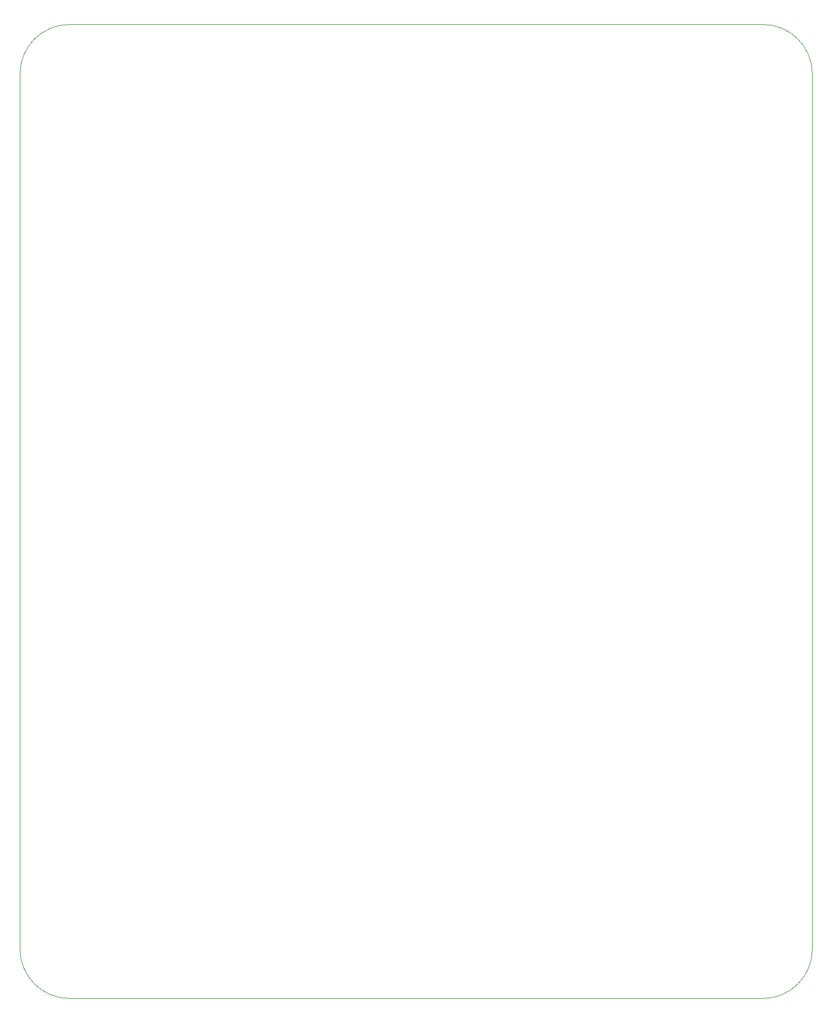
<source format=gbr>
G04 #@! TF.GenerationSoftware,KiCad,Pcbnew,(5.1.5-0-10_14)*
G04 #@! TF.CreationDate,2020-05-02T09:23:43-07:00*
G04 #@! TF.ProjectId,yellow_fuzz_dev,79656c6c-6f77-45f6-9675-7a7a5f646576,rev?*
G04 #@! TF.SameCoordinates,Original*
G04 #@! TF.FileFunction,Profile,NP*
%FSLAX46Y46*%
G04 Gerber Fmt 4.6, Leading zero omitted, Abs format (unit mm)*
G04 Created by KiCad (PCBNEW (5.1.5-0-10_14)) date 2020-05-02 09:23:43*
%MOMM*%
%LPD*%
G04 APERTURE LIST*
%ADD10C,0.050000*%
G04 APERTURE END LIST*
D10*
X76200000Y-60960000D02*
G75*
G02X83820000Y-53340000I7620000J0D01*
G01*
X190500000Y-53340000D02*
G75*
G02X198120000Y-60960000I0J-7620000D01*
G01*
X198120000Y-195580000D02*
G75*
G02X190500000Y-203200000I-7620000J0D01*
G01*
X83820000Y-203200000D02*
G75*
G02X76200000Y-195580000I0J7620000D01*
G01*
X198120000Y-60960000D02*
X198120000Y-195580000D01*
X83820000Y-53340000D02*
X190500000Y-53340000D01*
X76200000Y-195580000D02*
X76200000Y-60960000D01*
X83820000Y-203200000D02*
X190500000Y-203200000D01*
M02*

</source>
